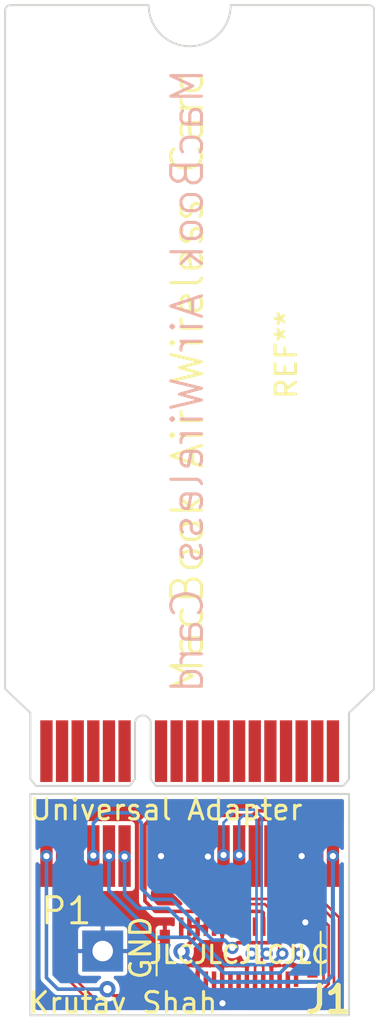
<source format=kicad_pcb>
(kicad_pcb (version 20171130) (host pcbnew "(5.1.7)-1")

  (general
    (thickness 1.6)
    (drawings 8)
    (tracks 185)
    (zones 0)
    (modules 4)
    (nets 18)
  )

  (page A4)
  (layers
    (0 F.Cu signal)
    (31 B.Cu signal)
    (32 B.Adhes user)
    (33 F.Adhes user)
    (34 B.Paste user)
    (35 F.Paste user)
    (36 B.SilkS user)
    (37 F.SilkS user)
    (38 B.Mask user)
    (39 F.Mask user)
    (40 Dwgs.User user)
    (41 Cmts.User user)
    (42 Eco1.User user)
    (43 Eco2.User user)
    (44 Edge.Cuts user)
    (45 Margin user)
    (46 B.CrtYd user)
    (47 F.CrtYd user)
    (48 B.Fab user)
    (49 F.Fab user)
  )

  (setup
    (last_trace_width 0.175)
    (user_trace_width 0.175)
    (user_trace_width 0.18)
    (user_trace_width 0.2)
    (trace_clearance 0.2)
    (zone_clearance 0.2)
    (zone_45_only no)
    (trace_min 0.127)
    (via_size 0.8)
    (via_drill 0.4)
    (via_min_size 0.4)
    (via_min_drill 0.3)
    (user_via 0.6 0.3)
    (uvia_size 0.3)
    (uvia_drill 0.1)
    (uvias_allowed no)
    (uvia_min_size 0.2)
    (uvia_min_drill 0.1)
    (edge_width 0.1)
    (segment_width 0.2)
    (pcb_text_width 0.3)
    (pcb_text_size 1.5 1.5)
    (mod_edge_width 0.15)
    (mod_text_size 1 1)
    (mod_text_width 0.15)
    (pad_size 2 2)
    (pad_drill 1)
    (pad_to_mask_clearance 0)
    (aux_axis_origin 0 0)
    (visible_elements 7FFFFFFF)
    (pcbplotparams
      (layerselection 0x010fc_ffffffff)
      (usegerberextensions false)
      (usegerberattributes true)
      (usegerberadvancedattributes true)
      (creategerberjobfile true)
      (excludeedgelayer true)
      (linewidth 0.100000)
      (plotframeref false)
      (viasonmask false)
      (mode 1)
      (useauxorigin false)
      (hpglpennumber 1)
      (hpglpenspeed 20)
      (hpglpendiameter 15.000000)
      (psnegative false)
      (psa4output false)
      (plotreference true)
      (plotvalue true)
      (plotinvisibletext false)
      (padsonsilk false)
      (subtractmaskfromsilk false)
      (outputformat 1)
      (mirror false)
      (drillshape 1)
      (scaleselection 1)
      (outputdirectory ""))
  )

  (net 0 "")
  (net 1 GND)
  (net 2 PCIE_AP_D2R_P)
  (net 3 AP_RESET_CONN_L)
  (net 4 PCIE_AP_D2R_N)
  (net 5 AP_PCIE_WAKE_L)
  (net 6 AP_CLKREQ_Q_L)
  (net 7 PCIE_CLK100M_AP_P)
  (net 8 WIFI_EVENT_L)
  (net 9 PCIE_CLK100M_AP_N)
  (net 10 "Net-(J1-Pad12)")
  (net 11 "Net-(J1-Pad14)")
  (net 12 PCIE_AP_R2D_P)
  (net 13 PCIE_AP_R2D_N)
  (net 14 USB_BT_P)
  (net 15 PP3V3_WLAN)
  (net 16 USB_BT_N)
  (net 17 PP3V3_S3_BT_F)

  (net_class Default "This is the default net class."
    (clearance 0.2)
    (trace_width 0.25)
    (via_dia 0.8)
    (via_drill 0.4)
    (uvia_dia 0.3)
    (uvia_drill 0.1)
    (add_net GND)
    (add_net "Net-(J1-Pad12)")
    (add_net "Net-(J1-Pad14)")
    (add_net PP3V3_S3_BT_F)
    (add_net PP3V3_WLAN)
    (add_net WIFI_EVENT_L)
  )

  (net_class "High Speed" ""
    (clearance 0.127)
    (trace_width 0.127)
    (via_dia 0.6)
    (via_drill 0.3)
    (uvia_dia 0.3)
    (uvia_drill 0.1)
    (add_net AP_CLKREQ_Q_L)
    (add_net AP_PCIE_WAKE_L)
    (add_net AP_RESET_CONN_L)
    (add_net PCIE_AP_D2R_N)
    (add_net PCIE_AP_D2R_P)
    (add_net PCIE_AP_R2D_N)
    (add_net PCIE_AP_R2D_P)
    (add_net PCIE_CLK100M_AP_N)
    (add_net PCIE_CLK100M_AP_P)
    (add_net USB_BT_N)
    (add_net USB_BT_P)
  )

  (module 5017450301 (layer F.Cu) (tedit 60426A8D) (tstamp 6039D5EE)
    (at 110.8456 93.6498)
    (descr 501745-0301)
    (tags Connector)
    (path /6022214E)
    (attr smd)
    (fp_text reference J1 (at 4.3688 1.9812 180) (layer F.SilkS)
      (effects (font (size 1.27 1.27) (thickness 0.254)))
    )
    (fp_text value 501745-0301 (at 0 0) (layer F.SilkS) hide
      (effects (font (size 1.27 1.27) (thickness 0.254)))
    )
    (fp_line (start 4 -1.319) (end -4 -1.319) (layer F.Fab) (width 0.2))
    (fp_line (start -4 -1.319) (end -4 0.811) (layer F.Fab) (width 0.2))
    (fp_line (start -4 0.811) (end 4 0.811) (layer F.Fab) (width 0.2))
    (fp_line (start 4 0.811) (end 4 -1.319) (layer F.Fab) (width 0.2))
    (fp_line (start 5 -3.019) (end -5 -3.019) (layer F.CrtYd) (width 0.1))
    (fp_line (start -5 -3.019) (end -5 2.511) (layer F.CrtYd) (width 0.1))
    (fp_line (start -5 2.511) (end 5 2.511) (layer F.CrtYd) (width 0.1))
    (fp_line (start 5 2.511) (end 5 -3.019) (layer F.CrtYd) (width 0.1))
    (fp_line (start 4 -1.319) (end 4 0.811) (layer F.SilkS) (width 0.1))
    (fp_line (start -4 -1.319) (end -4 0.811) (layer F.SilkS) (width 0.1))
    (fp_text user %R (at 0 -0.254) (layer F.Fab)
      (effects (font (size 1.27 1.27) (thickness 0.254)))
    )
    (pad 1 smd rect (at 2.8 1.061) (size 0.22 0.6) (layers F.Cu F.Paste F.Mask)
      (net 1 GND))
    (pad 2 smd rect (at 2.8 -1.569) (size 0.22 0.9) (layers F.Cu F.Paste F.Mask)
      (net 1 GND))
    (pad 3 smd rect (at 2.4 1.061) (size 0.22 0.9) (layers F.Cu F.Paste F.Mask)
      (net 2 PCIE_AP_D2R_P))
    (pad 4 smd rect (at 2.4 -1.569) (size 0.22 0.9) (layers F.Cu F.Paste F.Mask)
      (net 3 AP_RESET_CONN_L))
    (pad 5 smd rect (at 2 1.061) (size 0.22 0.9) (layers F.Cu F.Paste F.Mask)
      (net 4 PCIE_AP_D2R_N))
    (pad 6 smd rect (at 2 -1.569) (size 0.22 0.9) (layers F.Cu F.Paste F.Mask)
      (net 5 AP_PCIE_WAKE_L))
    (pad 7 smd rect (at 1.6 1.061) (size 0.22 0.9) (layers F.Cu F.Paste F.Mask)
      (net 1 GND))
    (pad 8 smd rect (at 1.6 -1.569) (size 0.22 0.9) (layers F.Cu F.Paste F.Mask)
      (net 6 AP_CLKREQ_Q_L))
    (pad 9 smd rect (at 1.2 1.061) (size 0.22 0.9) (layers F.Cu F.Paste F.Mask)
      (net 7 PCIE_CLK100M_AP_P))
    (pad 10 smd rect (at 1.2 -1.569) (size 0.22 0.9) (layers F.Cu F.Paste F.Mask)
      (net 8 WIFI_EVENT_L))
    (pad 11 smd rect (at 0.8 1.061) (size 0.22 0.9) (layers F.Cu F.Paste F.Mask)
      (net 9 PCIE_CLK100M_AP_N))
    (pad 12 smd rect (at 0.8 -1.569) (size 0.22 0.9) (layers F.Cu F.Paste F.Mask)
      (net 10 "Net-(J1-Pad12)"))
    (pad 13 smd rect (at 0.4 1.061) (size 0.22 0.9) (layers F.Cu F.Paste F.Mask)
      (net 1 GND))
    (pad 14 smd rect (at 0.4 -1.569) (size 0.22 0.9) (layers F.Cu F.Paste F.Mask)
      (net 11 "Net-(J1-Pad14)"))
    (pad 15 smd rect (at 0 1.061) (size 0.22 0.9) (layers F.Cu F.Paste F.Mask)
      (net 12 PCIE_AP_R2D_P))
    (pad 16 smd rect (at 0 -1.569) (size 0.22 0.9) (layers F.Cu F.Paste F.Mask)
      (net 1 GND))
    (pad 17 smd rect (at -0.4 1.061) (size 0.22 0.9) (layers F.Cu F.Paste F.Mask)
      (net 13 PCIE_AP_R2D_N))
    (pad 18 smd rect (at -0.4 -1.569) (size 0.22 0.9) (layers F.Cu F.Paste F.Mask)
      (net 1 GND))
    (pad 19 smd rect (at -0.8 1.061) (size 0.22 0.9) (layers F.Cu F.Paste F.Mask)
      (net 1 GND))
    (pad 20 smd rect (at -0.8 -1.569) (size 0.22 0.9) (layers F.Cu F.Paste F.Mask)
      (net 1 GND))
    (pad 21 smd rect (at -1.2 1.061) (size 0.22 0.9) (layers F.Cu F.Paste F.Mask)
      (net 14 USB_BT_P))
    (pad 22 smd rect (at -1.2 -1.569) (size 0.22 0.9) (layers F.Cu F.Paste F.Mask)
      (net 15 PP3V3_WLAN))
    (pad 23 smd rect (at -1.6 1.061) (size 0.22 0.9) (layers F.Cu F.Paste F.Mask)
      (net 16 USB_BT_N))
    (pad 24 smd rect (at -1.6 -1.569) (size 0.22 0.9) (layers F.Cu F.Paste F.Mask)
      (net 15 PP3V3_WLAN))
    (pad 25 smd rect (at -2 1.061) (size 0.22 0.9) (layers F.Cu F.Paste F.Mask)
      (net 1 GND))
    (pad 26 smd rect (at -2 -1.569) (size 0.22 0.9) (layers F.Cu F.Paste F.Mask)
      (net 15 PP3V3_WLAN))
    (pad 27 smd rect (at -2.4 1.061) (size 0.22 0.9) (layers F.Cu F.Paste F.Mask)
      (net 17 PP3V3_S3_BT_F))
    (pad 28 smd rect (at -2.4 -1.569) (size 0.22 0.9) (layers F.Cu F.Paste F.Mask)
      (net 15 PP3V3_WLAN))
    (pad 29 smd rect (at -2.8 1.061) (size 0.22 0.9) (layers F.Cu F.Paste F.Mask)
      (net 15 PP3V3_WLAN))
    (pad 30 smd rect (at -2.8 -1.569) (size 0.22 0.9) (layers F.Cu F.Paste F.Mask)
      (net 15 PP3V3_WLAN))
    (pad 31 smd rect (at 3.6 0.486) (size 0.5 0.85) (layers F.Cu F.Paste F.Mask)
      (net 1 GND))
    (pad 32 smd rect (at 3.6 -0.994) (size 0.5 0.85) (layers F.Cu F.Paste F.Mask)
      (net 1 GND))
    (pad 33 smd rect (at -3.6 -0.994) (size 0.5 0.85) (layers F.Cu F.Paste F.Mask)
      (net 1 GND))
    (pad 34 smd rect (at -3.6 0.486) (size 0.5 0.85) (layers F.Cu F.Paste F.Mask)
      (net 1 GND))
    (model "C:\\Users\\Administrator\\Documents\\KiCad Projects\\SamacSys_Parts.3dshapes\\501745-0301.stp"
      (at (xyz 0 0 0))
      (scale (xyz 1 1 1))
      (rotate (xyz 0 0 0))
    )
  )

  (module MountingHole:MountingHole_2.2mm_M2_DIN965_Pad (layer F.Cu) (tedit 60426F54) (tstamp 603EB2E9)
    (at 104.2162 93.2688)
    (descr "Mounting Hole 2.2mm, M2, DIN965")
    (tags "mounting hole 2.2mm m2 din965")
    (attr virtual)
    (fp_text reference MH2 (at 0 1.8288 180) (layer F.SilkS) hide
      (effects (font (size 1 1) (thickness 0.15)))
    )
    (fp_text value "GND Hole" (at 0 2.032) (layer F.Fab)
      (effects (font (size 1 1) (thickness 0.15)))
    )
    (fp_text user %R (at 0.3 0) (layer F.Fab)
      (effects (font (size 1 1) (thickness 0.15)))
    )
    (pad 1 thru_hole rect (at 0 0) (size 2 2) (drill 1) (layers *.Cu *.Mask)
      (net 1 GND))
  )

  (module "MBPWirelessUpgrade:MacBook Air Wireless Card" (layer F.Cu) (tedit 603965A5) (tstamp 6039E3E5)
    (at 99.458 47.2321)
    (fp_text reference REF** (at 13.708 17.018 90) (layer F.SilkS)
      (effects (font (size 1 1) (thickness 0.15)))
    )
    (fp_text value "MacBook Air Wireless Card" (at 12.708 17.018 90) (layer F.Fab)
      (effects (font (size 1 1) (thickness 0.15)))
    )
    (fp_line (start 7.099 34.952) (end 7.099 37.665) (layer Edge.Cuts) (width 0.1))
    (fp_line (start 6.333 34.952) (end 6.333 37.665) (layer Edge.Cuts) (width 0.1))
    (fp_line (start 7.349 38) (end 7.099 37.665) (layer Edge.Cuts) (width 0.1))
    (fp_line (start 7.349 38) (end 16.493 38) (layer Edge.Cuts) (width 0.1))
    (fp_line (start 6.079 38) (end 6.329 37.665) (layer Edge.Cuts) (width 0.1))
    (fp_line (start 1.507 38) (end 6.079 38) (layer Edge.Cuts) (width 0.1))
    (fp_line (start 16.771 37.665) (end 16.493 38) (layer Edge.Cuts) (width 0.1))
    (fp_line (start 16.771 34.444) (end 16.771 37.665) (layer Edge.Cuts) (width 0.1))
    (fp_line (start 0.254 0) (end 7 0) (layer Edge.Cuts) (width 0.1))
    (fp_line (start 1.229 37.665) (end 1.507 38) (layer Edge.Cuts) (width 0.1))
    (fp_line (start 18 0.254) (end 18 33.274) (layer Edge.Cuts) (width 0.1))
    (fp_line (start 11 0) (end 17.746 0) (layer Edge.Cuts) (width 0.1))
    (fp_line (start 0 0.254) (end 0 33.274) (layer Edge.Cuts) (width 0.1))
    (fp_line (start 16.771 34.444) (end 18 33.274) (layer Edge.Cuts) (width 0.1))
    (fp_line (start 0 33.274) (end 1.229 34.444) (layer Edge.Cuts) (width 0.1))
    (fp_line (start 1.229 34.444) (end 1.229 37.665) (layer Edge.Cuts) (width 0.1))
    (fp_arc (start 9 0) (end 7 0) (angle -180) (layer Edge.Cuts) (width 0.1))
    (fp_arc (start 0.254 0.254) (end 0.254 0) (angle -90) (layer Edge.Cuts) (width 0.1))
    (fp_arc (start 17.746 0.254) (end 18 0.254) (angle -90) (layer Edge.Cuts) (width 0.1))
    (fp_arc (start 6.718 34.952) (end 6.333 34.952) (angle 180) (layer Edge.Cuts) (width 0.1))
    (fp_text user "MacBook Air Wireless Card" (at 8.89 18.288 90) (layer F.SilkS)
      (effects (font (size 1.5 1.5) (thickness 0.15)))
    )
    (fp_text user "MacBook Air Wireless Card" (at 8.89 18.288 90) (layer B.SilkS)
      (effects (font (size 1.5 1.5) (thickness 0.15)) (justify mirror))
    )
    (pad 18 connect rect (at 2.015 36.3085) (size 0.6 3) (layers F.Cu F.Mask))
    (pad 17 connect rect (at 2.777 36.3085) (size 0.6 3) (layers F.Cu F.Mask))
    (pad 16 connect rect (at 3.539 36.3085) (size 0.6 3) (layers F.Cu F.Mask))
    (pad 15 connect rect (at 4.301 36.3085) (size 0.6 3) (layers F.Cu F.Mask))
    (pad 14 connect rect (at 5.063 36.3085) (size 0.6 3) (layers F.Cu F.Mask))
    (pad 13 connect rect (at 5.825 36.3085) (size 0.6 3) (layers F.Cu F.Mask))
    (pad 12 connect rect (at 7.603 36.3085) (size 0.6 3) (layers F.Cu F.Mask))
    (pad 11 connect rect (at 8.365 36.3085) (size 0.6 3) (layers F.Cu F.Mask))
    (pad 10 connect rect (at 9.127 36.3085) (size 0.6 3) (layers F.Cu F.Mask))
    (pad 9 connect rect (at 9.889 36.3085) (size 0.6 3) (layers F.Cu F.Mask))
    (pad 8 connect rect (at 10.651 36.3085) (size 0.6 3) (layers F.Cu F.Mask))
    (pad 7 connect rect (at 11.413 36.3085) (size 0.6 3) (layers F.Cu F.Mask))
    (pad 6 connect rect (at 12.175 36.3085) (size 0.6 3) (layers F.Cu F.Mask))
    (pad 5 connect rect (at 12.937 36.3085) (size 0.6 3) (layers F.Cu F.Mask))
    (pad 4 connect rect (at 13.699 36.3085) (size 0.6 3) (layers F.Cu F.Mask))
    (pad 3 connect rect (at 14.461 36.3085) (size 0.6 3) (layers F.Cu F.Mask))
    (pad 2 connect rect (at 15.223 36.3085) (size 0.6 3) (layers F.Cu F.Mask))
    (pad 1 connect rect (at 15.985 36.3085) (size 0.6 3) (layers F.Cu F.Mask))
  )

  (module "" (layer F.Cu) (tedit 6039844E) (tstamp 0)
    (at 108.602 88.6595)
    (fp_text reference P1 (at -6.1638 2.6535) (layer F.SilkS)
      (effects (font (size 1.27 1.27) (thickness 0.15)))
    )
    (fp_text value "" (at 0 0) (layer F.SilkS)
      (effects (font (size 1.27 1.27) (thickness 0.15)))
    )
    (pad 3 connect rect (at 5.317 -0.0135) (size 0.6 3) (layers F.Cu F.Mask)
      (net 1 GND))
    (pad 15 connect rect (at -4.843 -0.0135) (size 0.6 3) (layers F.Cu F.Mask)
      (net 6 AP_CLKREQ_Q_L))
    (pad 16 connect rect (at -5.605 -0.0135) (size 0.6 3) (layers F.Cu F.Mask)
      (net 16 USB_BT_N))
    (pad 5 connect rect (at 3.793 -0.0135) (size 0.6 3) (layers F.Cu F.Mask)
      (net 12 PCIE_AP_R2D_P))
    (pad 18 connect rect (at -7.129 -0.0135) (size 0.6 3) (layers F.Cu F.Mask)
      (net 17 PP3V3_S3_BT_F))
    (pad 12 connect rect (at -1.541 -0.0135) (size 0.6 3) (layers F.Cu F.Mask)
      (net 1 GND))
    (pad 9 connect rect (at 0.745 -0.0135) (size 0.6 3) (layers F.Cu F.Mask)
      (net 1 GND))
    (pad 1 connect rect (at 6.841 -0.0135) (size 0.6 3) (layers F.Cu F.Mask)
      (net 15 PP3V3_WLAN))
    (pad 14 connect rect (at -4.081 -0.0135) (size 0.6 3) (layers F.Cu F.Mask)
      (net 3 AP_RESET_CONN_L))
    (pad 10 connect rect (at -0.017 -0.0135) (size 0.6 3) (layers F.Cu F.Mask)
      (net 4 PCIE_AP_D2R_N))
    (pad 11 connect rect (at -0.779 -0.0135) (size 0.6 3) (layers F.Cu F.Mask)
      (net 2 PCIE_AP_D2R_P))
    (pad 6 connect rect (at 3.031 -0.0135) (size 0.6 3) (layers F.Cu F.Mask)
      (net 1 GND))
    (pad 8 connect rect (at 1.507 -0.0135) (size 0.6 3) (layers F.Cu F.Mask)
      (net 7 PCIE_CLK100M_AP_P))
    (pad 13 connect rect (at -3.319 -0.0135) (size 0.6 3) (layers F.Cu F.Mask)
      (net 5 AP_PCIE_WAKE_L))
    (pad 4 connect rect (at 4.555 -0.0135) (size 0.6 3) (layers F.Cu F.Mask)
      (net 13 PCIE_AP_R2D_N))
    (pad 17 connect rect (at -6.367 -0.0135) (size 0.6 3) (layers F.Cu F.Mask)
      (net 14 USB_BT_P))
    (pad 7 connect rect (at 2.269 -0.0135) (size 0.6 3) (layers F.Cu F.Mask)
      (net 9 PCIE_CLK100M_AP_N))
    (pad 2 connect rect (at 6.079 -0.0135) (size 0.6 3) (layers F.Cu F.Mask)
      (net 8 WIFI_EVENT_L))
  )

  (gr_text JLCJLCJLCJLC (at 110.871 93.4466) (layer F.SilkS) (tstamp 6042770E)
    (effects (font (size 0.85 0.85) (thickness 0.15)))
  )
  (gr_text "Universal Adapter" (at 107.315 86.3854) (layer F.SilkS) (tstamp 6039F948)
    (effects (font (size 1 1) (thickness 0.15)))
  )
  (gr_text GND (at 106.0704 93.1164 90) (layer F.SilkS) (tstamp 603EB582)
    (effects (font (size 1 1) (thickness 0.15)))
  )
  (gr_text "Krutav Shah" (at 105.2068 95.7834) (layer F.SilkS)
    (effects (font (size 1 1) (thickness 0.15)))
  )
  (gr_line (start 100.6854 96.393) (end 100.6856 85.6234) (layer Edge.Cuts) (width 0.1) (tstamp 6039C06C))
  (gr_line (start 116.2304 96.393) (end 116.2304 85.6234) (layer Edge.Cuts) (width 0.1))
  (gr_line (start 116.2304 96.393) (end 100.6854 96.393) (layer Edge.Cuts) (width 0.1))
  (gr_line (start 100.6856 85.6234) (end 116.2304 85.6234) (layer Edge.Cuts) (width 0.1))

  (via (at 114.0968 91.8718) (size 0.6) (drill 0.3) (layers F.Cu B.Cu) (net 1) (tstamp 60427575))
  (via (at 113.919 88.646) (size 0.6) (drill 0.3) (layers F.Cu B.Cu) (net 1) (tstamp 60427575))
  (via (at 107.061 88.646) (size 0.6) (drill 0.3) (layers F.Cu B.Cu) (net 1) (tstamp 60427575))
  (via (at 109.347 88.6714) (size 0.6) (drill 0.3) (layers F.Cu B.Cu) (net 1) (tstamp 60427575))
  (segment (start 114.2206 92.6558) (end 113.6456 92.0808) (width 0.175) (layer F.Cu) (net 1))
  (segment (start 114.4456 92.6558) (end 114.2206 92.6558) (width 0.175) (layer F.Cu) (net 1))
  (segment (start 111.807499 86.915999) (end 111.906298 86.8172) (width 0.175) (layer F.Cu) (net 1))
  (segment (start 111.807499 88.471501) (end 111.807499 86.915999) (width 0.175) (layer F.Cu) (net 1))
  (segment (start 111.633 88.646) (end 111.807499 88.471501) (width 0.175) (layer F.Cu) (net 1))
  (segment (start 113.919 86.971) (end 113.919 88.646) (width 0.175) (layer F.Cu) (net 1))
  (segment (start 113.7652 86.8172) (end 113.919 86.971) (width 0.175) (layer F.Cu) (net 1))
  (segment (start 111.906298 86.8172) (end 113.7652 86.8172) (width 0.175) (layer F.Cu) (net 1))
  (segment (start 113.8546 91.8718) (end 113.6456 92.0808) (width 0.175) (layer F.Cu) (net 1))
  (segment (start 114.0968 91.8718) (end 113.8546 91.8718) (width 0.175) (layer F.Cu) (net 1))
  (segment (start 108.733099 93.973299) (end 108.8456 94.0858) (width 0.175) (layer F.Cu) (net 1))
  (segment (start 107.2456 94.1358) (end 107.408101 93.973299) (width 0.175) (layer F.Cu) (net 1))
  (segment (start 108.8456 94.0858) (end 108.8456 94.7108) (width 0.175) (layer F.Cu) (net 1))
  (segment (start 107.408101 93.973299) (end 108.733099 93.973299) (width 0.175) (layer F.Cu) (net 1))
  (via (at 110.0582 95.8088) (size 0.6) (drill 0.3) (layers F.Cu B.Cu) (net 1))
  (segment (start 110.0456 92.0808) (end 110.0456 92.7226) (width 0.175) (layer F.Cu) (net 1))
  (segment (start 110.0456 92.7226) (end 109.9566 92.8116) (width 0.175) (layer F.Cu) (net 1))
  (segment (start 111.2456 94.7108) (end 111.2456 95.304192) (width 0.175) (layer F.Cu) (net 1))
  (segment (start 111.2456 95.304192) (end 111.415898 95.47449) (width 0.175) (layer F.Cu) (net 1))
  (segment (start 112.4456 95.3358) (end 112.4456 94.7108) (width 0.175) (layer F.Cu) (net 1))
  (segment (start 112.30691 95.47449) (end 112.4456 95.3358) (width 0.175) (layer F.Cu) (net 1))
  (segment (start 111.415898 95.47449) (end 112.30691 95.47449) (width 0.175) (layer F.Cu) (net 1))
  (via (at 112.9792 93.3958) (size 0.6) (drill 0.3) (layers F.Cu B.Cu) (net 5) (tstamp 60427213))
  (via (at 103.759 88.6206) (size 0.6) (drill 0.3) (layers F.Cu B.Cu) (net 6) (tstamp 60427213))
  (via (at 105.283 88.6714) (size 0.6) (drill 0.3) (layers F.Cu B.Cu) (net 5) (tstamp 60427213))
  (via (at 104.521 88.646) (size 0.6) (drill 0.3) (layers F.Cu B.Cu) (net 3) (tstamp 60427213))
  (via (at 115.443 88.646) (size 0.6) (drill 0.3) (layers F.Cu B.Cu) (net 15) (tstamp 60427213))
  (via (at 101.473 88.646) (size 0.6) (drill 0.3) (layers F.Cu B.Cu) (net 17) (tstamp 60427213))
  (via (at 110.109 88.5952) (size 0.6) (drill 0.3) (layers F.Cu B.Cu) (net 7) (tstamp 604271EF))
  (via (at 110.871 88.5952) (size 0.6) (drill 0.3) (layers F.Cu B.Cu) (net 9) (tstamp 604271C2))
  (segment (start 113.2456 94.7108) (end 113.272099 94.684301) (width 0.127) (layer F.Cu) (net 2))
  (segment (start 108.537389 90.987389) (end 107.823 90.273) (width 0.127) (layer F.Cu) (net 2))
  (segment (start 113.2456 95.195102) (end 113.324799 95.274301) (width 0.127) (layer F.Cu) (net 2))
  (segment (start 113.2456 94.7108) (end 113.2456 95.195102) (width 0.127) (layer F.Cu) (net 2))
  (segment (start 113.324799 95.274301) (end 114.478899 95.274301) (width 0.127) (layer F.Cu) (net 2))
  (segment (start 114.478899 95.274301) (end 114.985778 94.767422) (width 0.127) (layer F.Cu) (net 2))
  (segment (start 114.985778 94.767422) (end 114.985778 92.133028) (width 0.127) (layer F.Cu) (net 2))
  (segment (start 114.985778 92.133028) (end 114.153972 91.301222) (width 0.127) (layer F.Cu) (net 2))
  (segment (start 107.823 90.273) (end 107.823 88.646) (width 0.127) (layer F.Cu) (net 2))
  (segment (start 112.126095 90.987389) (end 108.537389 90.987389) (width 0.127) (layer F.Cu) (net 2))
  (segment (start 114.153972 91.301222) (end 112.439928 91.301222) (width 0.127) (layer F.Cu) (net 2))
  (segment (start 112.439928 91.301222) (end 112.126095 90.987389) (width 0.127) (layer F.Cu) (net 2))
  (via (at 113.806959 93.395395) (size 0.6) (drill 0.3) (layers F.Cu B.Cu) (net 3))
  (segment (start 113.2456 92.834036) (end 113.806959 93.395395) (width 0.175) (layer F.Cu) (net 3))
  (segment (start 113.2456 92.0808) (end 113.2456 92.834036) (width 0.175) (layer F.Cu) (net 3))
  (segment (start 104.521 88.646) (end 104.521 90.321) (width 0.175) (layer B.Cu) (net 3))
  (segment (start 112.866754 94.3356) (end 113.50696 93.695394) (width 0.175) (layer B.Cu) (net 3))
  (segment (start 110.12807 94.3356) (end 112.866754 94.3356) (width 0.175) (layer B.Cu) (net 3))
  (segment (start 113.50696 93.695394) (end 113.806959 93.395395) (width 0.175) (layer B.Cu) (net 3))
  (segment (start 104.521 90.321) (end 106.798288 92.598288) (width 0.175) (layer B.Cu) (net 3))
  (segment (start 108.390758 92.598288) (end 110.12807 94.3356) (width 0.175) (layer B.Cu) (net 3))
  (segment (start 106.798288 92.598288) (end 108.390758 92.598288) (width 0.175) (layer B.Cu) (net 3))
  (segment (start 115.239789 94.872636) (end 115.239789 92.027814) (width 0.127) (layer F.Cu) (net 4))
  (segment (start 115.239789 92.027814) (end 114.245586 91.033611) (width 0.127) (layer F.Cu) (net 4))
  (segment (start 112.319753 90.733378) (end 109.045378 90.733378) (width 0.127) (layer F.Cu) (net 4))
  (segment (start 109.045378 90.733378) (end 108.585 90.273) (width 0.127) (layer F.Cu) (net 4))
  (segment (start 114.245586 91.033611) (end 112.619986 91.033611) (width 0.127) (layer F.Cu) (net 4))
  (segment (start 114.584113 95.528312) (end 115.239789 94.872636) (width 0.127) (layer F.Cu) (net 4))
  (segment (start 112.8456 94.7108) (end 112.8456 95.2878) (width 0.127) (layer F.Cu) (net 4))
  (segment (start 113.086112 95.528312) (end 114.584113 95.528312) (width 0.127) (layer F.Cu) (net 4))
  (segment (start 112.8456 95.2878) (end 113.086112 95.528312) (width 0.127) (layer F.Cu) (net 4))
  (segment (start 108.585 90.273) (end 108.585 88.646) (width 0.127) (layer F.Cu) (net 4))
  (segment (start 112.619986 91.033611) (end 112.319753 90.733378) (width 0.127) (layer F.Cu) (net 4))
  (segment (start 112.8456 93.2622) (end 112.9792 93.3958) (width 0.175) (layer F.Cu) (net 5))
  (segment (start 112.8456 92.0808) (end 112.8456 93.2622) (width 0.175) (layer F.Cu) (net 5))
  (segment (start 105.283 90.5256) (end 105.9434 91.186) (width 0.175) (layer B.Cu) (net 5))
  (segment (start 112.4458 93.9292) (end 112.9792 93.3958) (width 0.175) (layer B.Cu) (net 5))
  (segment (start 110.148778 93.9292) (end 112.4458 93.9292) (width 0.175) (layer B.Cu) (net 5))
  (segment (start 107.405578 91.186) (end 110.148778 93.9292) (width 0.175) (layer B.Cu) (net 5))
  (segment (start 105.9434 91.186) (end 107.405578 91.186) (width 0.175) (layer B.Cu) (net 5))
  (segment (start 105.283 88.6714) (end 105.283 90.5256) (width 0.175) (layer B.Cu) (net 5))
  (segment (start 112.4456 92.0808) (end 112.4456 92.7356) (width 0.175) (layer F.Cu) (net 6))
  (segment (start 112.4456 92.7356) (end 112.3188 92.8624) (width 0.175) (layer F.Cu) (net 6))
  (via (at 110.5408 93.1164) (size 0.6) (drill 0.3) (layers F.Cu B.Cu) (net 6))
  (segment (start 110.7948 92.8624) (end 110.5408 93.1164) (width 0.175) (layer F.Cu) (net 6))
  (segment (start 112.3188 92.8624) (end 110.7948 92.8624) (width 0.175) (layer F.Cu) (net 6))
  (segment (start 110.5408 93.1164) (end 110.1598 92.7354) (width 0.175) (layer B.Cu) (net 6))
  (segment (start 110.1598 92.7354) (end 109.5756 92.7354) (width 0.175) (layer B.Cu) (net 6))
  (segment (start 109.5756 92.7354) (end 107.5944 90.7542) (width 0.175) (layer B.Cu) (net 6))
  (segment (start 107.5944 90.7542) (end 106.6292 90.7542) (width 0.175) (layer B.Cu) (net 6))
  (segment (start 106.6292 90.7542) (end 106.0958 90.2208) (width 0.175) (layer B.Cu) (net 6))
  (segment (start 106.0958 90.2208) (end 106.0958 87.0204) (width 0.175) (layer B.Cu) (net 6))
  (segment (start 106.0958 87.0204) (end 105.6132 86.5378) (width 0.175) (layer B.Cu) (net 6))
  (segment (start 105.6132 86.5378) (end 104.267 86.5378) (width 0.175) (layer B.Cu) (net 6))
  (segment (start 103.759 87.0458) (end 104.267 86.5378) (width 0.175) (layer B.Cu) (net 6))
  (segment (start 103.759 88.6206) (end 103.759 87.0458) (width 0.175) (layer B.Cu) (net 6))
  (segment (start 112.0456 94.035799) (end 111.9726 93.962799) (width 0.127) (layer F.Cu) (net 7))
  (segment (start 111.9726 93.630798) (end 112.2091 93.394298) (width 0.127) (layer F.Cu) (net 7))
  (segment (start 112.2091 93.394298) (end 111.9726 93.157798) (width 0.127) (layer B.Cu) (net 7))
  (segment (start 111.9726 86.7504) (end 111.6076 86.3854) (width 0.127) (layer B.Cu) (net 7))
  (segment (start 111.6076 86.3854) (end 110.744 86.3854) (width 0.127) (layer B.Cu) (net 7))
  (segment (start 110.744 86.3854) (end 110.109 87.0204) (width 0.127) (layer B.Cu) (net 7))
  (segment (start 110.109 87.0204) (end 110.109 88.5952) (width 0.127) (layer B.Cu) (net 7))
  (segment (start 111.9726 93.157798) (end 111.9726 86.7504) (width 0.127) (layer B.Cu) (net 7))
  (via (at 112.2091 93.394298) (size 0.6) (drill 0.3) (layers F.Cu B.Cu) (net 7))
  (segment (start 112.0456 94.7108) (end 112.0456 94.035799) (width 0.127) (layer F.Cu) (net 7))
  (segment (start 111.9726 93.962799) (end 111.9726 93.630798) (width 0.127) (layer F.Cu) (net 7))
  (segment (start 114.681 86.971) (end 114.681 88.646) (width 0.175) (layer F.Cu) (net 8))
  (segment (start 111.980702 91.3384) (end 106.7816 91.3384) (width 0.175) (layer F.Cu) (net 8))
  (segment (start 114.152191 86.442191) (end 114.681 86.971) (width 0.175) (layer F.Cu) (net 8))
  (segment (start 111.528353 86.6648) (end 111.750962 86.442191) (width 0.175) (layer F.Cu) (net 8))
  (segment (start 106.2736 90.8304) (end 106.2736 87.115898) (width 0.175) (layer F.Cu) (net 8))
  (segment (start 106.2736 87.115898) (end 106.724698 86.6648) (width 0.175) (layer F.Cu) (net 8))
  (segment (start 106.7816 91.3384) (end 106.2736 90.8304) (width 0.175) (layer F.Cu) (net 8))
  (segment (start 112.0456 92.0808) (end 112.0456 91.403298) (width 0.175) (layer F.Cu) (net 8))
  (segment (start 111.750962 86.442191) (end 114.152191 86.442191) (width 0.175) (layer F.Cu) (net 8))
  (segment (start 112.0456 91.403298) (end 111.980702 91.3384) (width 0.175) (layer F.Cu) (net 8))
  (segment (start 106.724698 86.6648) (end 111.528353 86.6648) (width 0.175) (layer F.Cu) (net 8))
  (segment (start 111.7186 86.9028) (end 111.7186 93.157798) (width 0.127) (layer B.Cu) (net 9))
  (segment (start 111.0742 86.6648) (end 111.4806 86.6648) (width 0.127) (layer B.Cu) (net 9))
  (segment (start 111.4806 86.6648) (end 111.7186 86.9028) (width 0.127) (layer B.Cu) (net 9))
  (segment (start 110.871 88.5952) (end 110.871 86.868) (width 0.127) (layer B.Cu) (net 9))
  (segment (start 110.871 86.868) (end 111.0742 86.6648) (width 0.127) (layer B.Cu) (net 9))
  (segment (start 111.7186 93.962799) (end 111.7186 93.630798) (width 0.127) (layer F.Cu) (net 9))
  (via (at 111.4821 93.394298) (size 0.6) (drill 0.3) (layers F.Cu B.Cu) (net 9))
  (segment (start 111.6456 94.035799) (end 111.7186 93.962799) (width 0.127) (layer F.Cu) (net 9))
  (segment (start 111.7186 93.630798) (end 111.4821 93.394298) (width 0.127) (layer F.Cu) (net 9))
  (segment (start 111.6456 94.7108) (end 111.6456 94.035799) (width 0.127) (layer F.Cu) (net 9))
  (segment (start 111.7186 93.157798) (end 111.4821 93.394298) (width 0.127) (layer B.Cu) (net 9))
  (segment (start 112.395 89.846) (end 112.649 90.1) (width 0.127) (layer F.Cu) (net 12))
  (segment (start 112.395 88.646) (end 112.395 89.846) (width 0.127) (layer F.Cu) (net 12))
  (segment (start 112.649 90.1) (end 112.649 90.629006) (width 0.127) (layer F.Cu) (net 12))
  (segment (start 112.649 90.629006) (end 112.799594 90.7796) (width 0.127) (layer F.Cu) (net 12))
  (segment (start 112.799594 90.7796) (end 114.526794 90.7796) (width 0.127) (layer F.Cu) (net 12))
  (segment (start 114.526794 90.7796) (end 115.4938 91.746606) (width 0.127) (layer F.Cu) (net 12))
  (segment (start 115.4938 91.746606) (end 115.4938 95.248194) (width 0.127) (layer F.Cu) (net 12))
  (segment (start 115.4938 95.248194) (end 114.916494 95.8255) (width 0.127) (layer F.Cu) (net 12))
  (segment (start 114.916494 95.8255) (end 111.270506 95.8255) (width 0.127) (layer F.Cu) (net 12))
  (segment (start 110.7726 95.1238) (end 110.8456 95.0508) (width 0.127) (layer F.Cu) (net 12))
  (segment (start 110.8456 95.0508) (end 110.8456 94.7108) (width 0.127) (layer F.Cu) (net 12))
  (segment (start 110.7726 95.327594) (end 110.7726 95.1238) (width 0.127) (layer F.Cu) (net 12))
  (segment (start 111.270506 95.8255) (end 110.7726 95.327594) (width 0.127) (layer F.Cu) (net 12))
  (segment (start 113.157 89.846) (end 112.903 90.1) (width 0.127) (layer F.Cu) (net 13))
  (segment (start 113.157 88.646) (end 113.157 89.846) (width 0.127) (layer F.Cu) (net 13))
  (segment (start 112.903 90.1) (end 112.903 90.523794) (width 0.127) (layer F.Cu) (net 13))
  (segment (start 112.903 90.523794) (end 112.904806 90.5256) (width 0.127) (layer F.Cu) (net 13))
  (segment (start 112.904806 90.5256) (end 114.632006 90.5256) (width 0.127) (layer F.Cu) (net 13))
  (segment (start 114.632006 90.5256) (end 115.7478 91.641394) (width 0.127) (layer F.Cu) (net 13))
  (segment (start 115.7478 91.641394) (end 115.7478 95.353406) (width 0.127) (layer F.Cu) (net 13))
  (segment (start 115.7478 95.353406) (end 115.021706 96.0795) (width 0.127) (layer F.Cu) (net 13))
  (segment (start 115.021706 96.0795) (end 111.165294 96.0795) (width 0.127) (layer F.Cu) (net 13))
  (segment (start 110.4456 95.0508) (end 110.4456 94.7108) (width 0.127) (layer F.Cu) (net 13))
  (segment (start 110.5186 95.432806) (end 110.5186 95.1238) (width 0.127) (layer F.Cu) (net 13))
  (segment (start 111.165294 96.0795) (end 110.5186 95.432806) (width 0.127) (layer F.Cu) (net 13))
  (segment (start 110.5186 95.1238) (end 110.4456 95.0508) (width 0.127) (layer F.Cu) (net 13))
  (segment (start 102.489 91.150001) (end 102.489 94.616806) (width 0.127) (layer F.Cu) (net 14))
  (segment (start 102.235 90.896001) (end 102.489 91.150001) (width 0.127) (layer F.Cu) (net 14))
  (segment (start 102.235 88.646) (end 102.235 90.896001) (width 0.127) (layer F.Cu) (net 14))
  (segment (start 102.489 94.616806) (end 103.951694 96.0795) (width 0.127) (layer F.Cu) (net 14))
  (segment (start 103.951694 96.0795) (end 108.9888 96.0795) (width 0.127) (layer F.Cu) (net 14))
  (segment (start 109.5726 95.1238) (end 109.6456 95.0508) (width 0.127) (layer F.Cu) (net 14))
  (segment (start 109.6456 95.0508) (end 109.6456 94.7108) (width 0.127) (layer F.Cu) (net 14))
  (segment (start 109.5726 95.4957) (end 109.5726 95.1238) (width 0.127) (layer F.Cu) (net 14))
  (segment (start 108.9888 96.0795) (end 109.5726 95.4957) (width 0.127) (layer F.Cu) (net 14))
  (segment (start 108.0456 92.0808) (end 109.6456 92.0808) (width 0.175) (layer F.Cu) (net 15))
  (segment (start 108.8456 92.500946) (end 108.060757 93.285789) (width 0.2) (layer F.Cu) (net 15))
  (segment (start 115.1128 94.7674) (end 109.542368 94.7674) (width 0.2) (layer B.Cu) (net 15))
  (segment (start 109.542368 94.7674) (end 108.060757 93.285789) (width 0.2) (layer B.Cu) (net 15))
  (segment (start 115.443 94.4372) (end 115.1128 94.7674) (width 0.2) (layer B.Cu) (net 15))
  (segment (start 108.060757 93.310443) (end 108.060757 93.285789) (width 0.175) (layer F.Cu) (net 15))
  (segment (start 108.8456 92.0808) (end 108.8456 92.500946) (width 0.2) (layer F.Cu) (net 15))
  (via (at 108.060757 93.285789) (size 0.8) (drill 0.4) (layers F.Cu B.Cu) (net 15))
  (segment (start 115.443 88.646) (end 115.443 94.4372) (width 0.2) (layer B.Cu) (net 15))
  (segment (start 108.0456 93.3256) (end 108.060757 93.310443) (width 0.175) (layer F.Cu) (net 15))
  (segment (start 102.997 90.896001) (end 102.743 91.150001) (width 0.127) (layer F.Cu) (net 16))
  (segment (start 102.743 91.150001) (end 102.743 94.511594) (width 0.127) (layer F.Cu) (net 16))
  (segment (start 102.997 88.646) (end 102.997 90.896001) (width 0.127) (layer F.Cu) (net 16))
  (segment (start 102.743 94.511594) (end 104.056906 95.8255) (width 0.127) (layer F.Cu) (net 16))
  (segment (start 104.056906 95.8255) (end 108.883588 95.8255) (width 0.127) (layer F.Cu) (net 16))
  (segment (start 109.2456 95.0508) (end 109.2456 94.7108) (width 0.127) (layer F.Cu) (net 16))
  (segment (start 109.3186 95.1238) (end 109.2456 95.0508) (width 0.127) (layer F.Cu) (net 16))
  (segment (start 109.3186 95.390488) (end 109.3186 95.1238) (width 0.127) (layer F.Cu) (net 16))
  (segment (start 108.883588 95.8255) (end 109.3186 95.390488) (width 0.127) (layer F.Cu) (net 16))
  (via (at 104.4448 95.123) (size 0.8) (drill 0.4) (layers F.Cu B.Cu) (net 17))
  (segment (start 104.770101 95.448301) (end 104.4448 95.123) (width 0.175) (layer F.Cu) (net 17))
  (segment (start 108.385601 95.448301) (end 104.770101 95.448301) (width 0.175) (layer F.Cu) (net 17))
  (segment (start 108.4456 95.388302) (end 108.385601 95.448301) (width 0.175) (layer F.Cu) (net 17))
  (segment (start 108.4456 94.7108) (end 108.4456 95.388302) (width 0.175) (layer F.Cu) (net 17))
  (segment (start 102.0318 95.123) (end 104.4448 95.123) (width 0.175) (layer B.Cu) (net 17))
  (segment (start 101.473 94.5642) (end 102.0318 95.123) (width 0.175) (layer B.Cu) (net 17))
  (segment (start 101.473 88.646) (end 101.473 94.5642) (width 0.175) (layer B.Cu) (net 17))

  (zone (net 1) (net_name GND) (layer B.Cu) (tstamp 0) (hatch edge 0.508)
    (connect_pads (clearance 0.2))
    (min_thickness 0.175)
    (fill yes (arc_segments 32) (thermal_gap 0.2) (thermal_bridge_width 0.2) (smoothing chamfer))
    (polygon
      (pts
        (xy 116.2304 96.393) (xy 100.6856 96.393) (xy 100.6856 85.6234) (xy 116.2304 85.6234)
      )
    )
    (filled_polygon
      (pts
        (xy 115.892901 88.26505) (xy 115.81751 88.189659) (xy 115.721286 88.125364) (xy 115.614368 88.081077) (xy 115.500864 88.0585)
        (xy 115.385136 88.0585) (xy 115.271632 88.081077) (xy 115.164714 88.125364) (xy 115.06849 88.189659) (xy 114.986659 88.27149)
        (xy 114.922364 88.367714) (xy 114.878077 88.474632) (xy 114.8555 88.588136) (xy 114.8555 88.703864) (xy 114.878077 88.817368)
        (xy 114.922364 88.924286) (xy 114.986659 89.02051) (xy 115.0555 89.089351) (xy 115.055501 94.276691) (xy 114.952293 94.3799)
        (xy 113.352783 94.3799) (xy 113.749789 93.982895) (xy 113.864823 93.982895) (xy 113.978327 93.960318) (xy 114.085245 93.916031)
        (xy 114.181469 93.851736) (xy 114.2633 93.769905) (xy 114.327595 93.673681) (xy 114.371882 93.566763) (xy 114.394459 93.453259)
        (xy 114.394459 93.337531) (xy 114.371882 93.224027) (xy 114.327595 93.117109) (xy 114.2633 93.020885) (xy 114.181469 92.939054)
        (xy 114.085245 92.874759) (xy 113.978327 92.830472) (xy 113.864823 92.807895) (xy 113.749095 92.807895) (xy 113.635591 92.830472)
        (xy 113.528673 92.874759) (xy 113.432449 92.939054) (xy 113.392877 92.978626) (xy 113.35371 92.939459) (xy 113.257486 92.875164)
        (xy 113.150568 92.830877) (xy 113.037064 92.8083) (xy 112.921336 92.8083) (xy 112.807832 92.830877) (xy 112.700914 92.875164)
        (xy 112.60469 92.939459) (xy 112.594901 92.949248) (xy 112.58361 92.937957) (xy 112.487386 92.873662) (xy 112.380468 92.829375)
        (xy 112.3236 92.818063) (xy 112.3236 86.767632) (xy 112.325297 86.7504) (xy 112.3236 86.733168) (xy 112.3236 86.73316)
        (xy 112.318521 86.681592) (xy 112.29845 86.615428) (xy 112.265858 86.554451) (xy 112.221995 86.501005) (xy 112.208604 86.490015)
        (xy 111.867989 86.149401) (xy 111.856995 86.136005) (xy 111.803549 86.092142) (xy 111.742572 86.05955) (xy 111.676408 86.039479)
        (xy 111.62484 86.0344) (xy 111.624832 86.0344) (xy 111.6076 86.032703) (xy 111.590368 86.0344) (xy 110.76124 86.0344)
        (xy 110.744 86.032702) (xy 110.72676 86.0344) (xy 110.675192 86.039479) (xy 110.609028 86.05955) (xy 110.548051 86.092142)
        (xy 110.494605 86.136005) (xy 110.483615 86.149396) (xy 109.872997 86.760015) (xy 109.859605 86.771006) (xy 109.815742 86.824452)
        (xy 109.78315 86.885429) (xy 109.763079 86.951593) (xy 109.758 87.003161) (xy 109.758 87.003168) (xy 109.756303 87.0204)
        (xy 109.758 87.037632) (xy 109.758001 88.12315) (xy 109.73449 88.138859) (xy 109.652659 88.22069) (xy 109.588364 88.316914)
        (xy 109.544077 88.423832) (xy 109.5215 88.537336) (xy 109.5215 88.653064) (xy 109.544077 88.766568) (xy 109.588364 88.873486)
        (xy 109.652659 88.96971) (xy 109.73449 89.051541) (xy 109.830714 89.115836) (xy 109.937632 89.160123) (xy 110.051136 89.1827)
        (xy 110.166864 89.1827) (xy 110.280368 89.160123) (xy 110.387286 89.115836) (xy 110.48351 89.051541) (xy 110.49 89.045051)
        (xy 110.49649 89.051541) (xy 110.592714 89.115836) (xy 110.699632 89.160123) (xy 110.813136 89.1827) (xy 110.928864 89.1827)
        (xy 111.042368 89.160123) (xy 111.149286 89.115836) (xy 111.24551 89.051541) (xy 111.327341 88.96971) (xy 111.3676 88.909458)
        (xy 111.367601 92.818063) (xy 111.310732 92.829375) (xy 111.203814 92.873662) (xy 111.10759 92.937957) (xy 111.104198 92.941349)
        (xy 111.061436 92.838114) (xy 110.997141 92.74189) (xy 110.91531 92.660059) (xy 110.819086 92.595764) (xy 110.712168 92.551477)
        (xy 110.598664 92.5289) (xy 110.483629 92.5289) (xy 110.437995 92.483266) (xy 110.426248 92.468952) (xy 110.369147 92.422091)
        (xy 110.304 92.387269) (xy 110.233313 92.365826) (xy 110.178219 92.3604) (xy 110.178216 92.3604) (xy 110.1598 92.358586)
        (xy 110.141384 92.3604) (xy 109.73093 92.3604) (xy 107.872595 90.502066) (xy 107.860848 90.487752) (xy 107.803747 90.440891)
        (xy 107.7386 90.406069) (xy 107.667913 90.384626) (xy 107.612819 90.3792) (xy 107.612816 90.3792) (xy 107.5944 90.377386)
        (xy 107.575984 90.3792) (xy 106.78453 90.3792) (xy 106.4708 90.065471) (xy 106.4708 87.038815) (xy 106.472614 87.020399)
        (xy 106.4708 87.001981) (xy 106.465374 86.946887) (xy 106.443931 86.8762) (xy 106.430333 86.85076) (xy 106.409109 86.811052)
        (xy 106.383093 86.779352) (xy 106.362248 86.753952) (xy 106.347939 86.742209) (xy 105.891395 86.285666) (xy 105.879648 86.271352)
        (xy 105.822547 86.224491) (xy 105.7574 86.189669) (xy 105.686713 86.168226) (xy 105.631619 86.1628) (xy 105.631616 86.1628)
        (xy 105.6132 86.160986) (xy 105.594784 86.1628) (xy 104.285415 86.1628) (xy 104.266999 86.160986) (xy 104.248583 86.1628)
        (xy 104.248581 86.1628) (xy 104.193487 86.168226) (xy 104.1228 86.189669) (xy 104.122798 86.18967) (xy 104.057652 86.224491)
        (xy 104.030766 86.246557) (xy 104.000552 86.271352) (xy 103.988809 86.285661) (xy 103.506861 86.76761) (xy 103.492553 86.779352)
        (xy 103.480811 86.79366) (xy 103.445691 86.836454) (xy 103.419443 86.885561) (xy 103.41087 86.9016) (xy 103.389634 86.971607)
        (xy 103.389427 86.972288) (xy 103.382186 87.0458) (xy 103.384001 87.064226) (xy 103.384 88.164749) (xy 103.302659 88.24609)
        (xy 103.238364 88.342314) (xy 103.194077 88.449232) (xy 103.1715 88.562736) (xy 103.1715 88.678464) (xy 103.194077 88.791968)
        (xy 103.238364 88.898886) (xy 103.302659 88.99511) (xy 103.38449 89.076941) (xy 103.480714 89.141236) (xy 103.587632 89.185523)
        (xy 103.701136 89.2081) (xy 103.816864 89.2081) (xy 103.930368 89.185523) (xy 104.037286 89.141236) (xy 104.126065 89.081916)
        (xy 104.146 89.101851) (xy 104.146001 90.302574) (xy 104.144186 90.321) (xy 104.150453 90.384626) (xy 104.151427 90.394513)
        (xy 104.17287 90.4652) (xy 104.205155 90.5256) (xy 104.207692 90.530347) (xy 104.254553 90.587448) (xy 104.268862 90.599191)
        (xy 106.520097 92.850427) (xy 106.53184 92.864736) (xy 106.55618 92.884711) (xy 106.588941 92.911598) (xy 106.633395 92.935358)
        (xy 106.654088 92.946419) (xy 106.724775 92.967862) (xy 106.779869 92.973288) (xy 106.779872 92.973288) (xy 106.798288 92.975102)
        (xy 106.816704 92.973288) (xy 107.446054 92.973288) (xy 107.399677 93.085253) (xy 107.373257 93.218076) (xy 107.373257 93.353502)
        (xy 107.399677 93.486325) (xy 107.451502 93.611443) (xy 107.526741 93.724045) (xy 107.622501 93.819805) (xy 107.735103 93.895044)
        (xy 107.860221 93.946869) (xy 107.993044 93.973289) (xy 108.12847 93.973289) (xy 108.188341 93.96138) (xy 109.25491 95.02795)
        (xy 109.267039 95.042729) (xy 109.326043 95.091153) (xy 109.393361 95.127135) (xy 109.444247 95.142571) (xy 109.466404 95.149292)
        (xy 109.474177 95.150057) (xy 109.523342 95.1549) (xy 109.523348 95.1549) (xy 109.542367 95.156773) (xy 109.561386 95.1549)
        (xy 115.093774 95.1549) (xy 115.1128 95.156774) (xy 115.131826 95.1549) (xy 115.188763 95.149292) (xy 115.261807 95.127135)
        (xy 115.329125 95.091153) (xy 115.388129 95.042729) (xy 115.400262 95.027945) (xy 115.70355 94.724658) (xy 115.718329 94.712529)
        (xy 115.766753 94.653525) (xy 115.802735 94.586207) (xy 115.818171 94.535321) (xy 115.824892 94.513164) (xy 115.826969 94.492071)
        (xy 115.8305 94.456226) (xy 115.8305 94.45622) (xy 115.832373 94.437201) (xy 115.8305 94.418182) (xy 115.8305 89.089351)
        (xy 115.892901 89.02695) (xy 115.8929 96.0555) (xy 101.022906 96.0555) (xy 101.023036 89.026887) (xy 101.098 89.101851)
        (xy 101.098001 94.545774) (xy 101.096186 94.5642) (xy 101.099914 94.602047) (xy 101.103427 94.637713) (xy 101.108224 94.653525)
        (xy 101.12487 94.7084) (xy 101.156406 94.767399) (xy 101.159692 94.773547) (xy 101.206553 94.830648) (xy 101.220861 94.842391)
        (xy 101.753609 95.375139) (xy 101.765352 95.389448) (xy 101.779659 95.401189) (xy 101.822453 95.43631) (xy 101.866907 95.46007)
        (xy 101.8876 95.471131) (xy 101.958287 95.492574) (xy 102.013381 95.498) (xy 102.013384 95.498) (xy 102.0318 95.499814)
        (xy 102.050216 95.498) (xy 103.868517 95.498) (xy 103.910784 95.561256) (xy 104.006544 95.657016) (xy 104.119146 95.732255)
        (xy 104.244264 95.78408) (xy 104.377087 95.8105) (xy 104.512513 95.8105) (xy 104.645336 95.78408) (xy 104.770454 95.732255)
        (xy 104.883056 95.657016) (xy 104.978816 95.561256) (xy 105.054055 95.448654) (xy 105.10588 95.323536) (xy 105.1323 95.190713)
        (xy 105.1323 95.055287) (xy 105.10588 94.922464) (xy 105.054055 94.797346) (xy 104.978816 94.684744) (xy 104.883056 94.588984)
        (xy 104.835357 94.557112) (xy 105.2162 94.557691) (xy 105.27256 94.55214) (xy 105.326754 94.5357) (xy 105.376699 94.509004)
        (xy 105.420477 94.473077) (xy 105.456404 94.429299) (xy 105.4831 94.379354) (xy 105.49954 94.32516) (xy 105.505091 94.2688)
        (xy 105.5037 93.353175) (xy 105.431825 93.2813) (xy 104.2287 93.2813) (xy 104.2287 93.3013) (xy 104.2037 93.3013)
        (xy 104.2037 93.2813) (xy 103.000575 93.2813) (xy 102.9287 93.353175) (xy 102.927309 94.2688) (xy 102.93286 94.32516)
        (xy 102.9493 94.379354) (xy 102.975996 94.429299) (xy 103.011923 94.473077) (xy 103.055701 94.509004) (xy 103.105646 94.5357)
        (xy 103.15984 94.55214) (xy 103.2162 94.557691) (xy 104.055285 94.556416) (xy 104.006544 94.588984) (xy 103.910784 94.684744)
        (xy 103.868517 94.748) (xy 102.18713 94.748) (xy 101.848 94.408871) (xy 101.848 92.2688) (xy 102.927309 92.2688)
        (xy 102.9287 93.184425) (xy 103.000575 93.2563) (xy 104.2037 93.2563) (xy 104.2037 92.053175) (xy 104.2287 92.053175)
        (xy 104.2287 93.2563) (xy 105.431825 93.2563) (xy 105.5037 93.184425) (xy 105.505091 92.2688) (xy 105.49954 92.21244)
        (xy 105.4831 92.158246) (xy 105.456404 92.108301) (xy 105.420477 92.064523) (xy 105.376699 92.028596) (xy 105.326754 92.0019)
        (xy 105.27256 91.98546) (xy 105.2162 91.979909) (xy 104.300575 91.9813) (xy 104.2287 92.053175) (xy 104.2037 92.053175)
        (xy 104.131825 91.9813) (xy 103.2162 91.979909) (xy 103.15984 91.98546) (xy 103.105646 92.0019) (xy 103.055701 92.028596)
        (xy 103.011923 92.064523) (xy 102.975996 92.108301) (xy 102.9493 92.158246) (xy 102.93286 92.21244) (xy 102.927309 92.2688)
        (xy 101.848 92.2688) (xy 101.848 89.101851) (xy 101.929341 89.02051) (xy 101.993636 88.924286) (xy 102.037923 88.817368)
        (xy 102.0605 88.703864) (xy 102.0605 88.588136) (xy 102.037923 88.474632) (xy 101.993636 88.367714) (xy 101.929341 88.27149)
        (xy 101.84751 88.189659) (xy 101.751286 88.125364) (xy 101.644368 88.081077) (xy 101.530864 88.0585) (xy 101.415136 88.0585)
        (xy 101.301632 88.081077) (xy 101.194714 88.125364) (xy 101.09849 88.189659) (xy 101.023051 88.265098) (xy 101.023093 85.9609)
        (xy 115.892901 85.9609)
      )
    )
  )
  (zone (net 1) (net_name GND) (layer F.Cu) (tstamp 6039DF9F) (hatch edge 0.508)
    (connect_pads (clearance 0.2))
    (min_thickness 0.175)
    (fill yes (arc_segments 32) (thermal_gap 0.2) (thermal_bridge_width 0.2) (smoothing chamfer))
    (polygon
      (pts
        (xy 116.2304 96.393) (xy 100.6856 96.393) (xy 100.6856 85.6234) (xy 116.2304 85.6234)
      )
    )
    (filled_polygon
      (pts
        (xy 110.033098 92.8183) (xy 110.033404 92.8183) (xy 110.020164 92.838114) (xy 109.975877 92.945032) (xy 109.9533 93.058536)
        (xy 109.9533 93.174264) (xy 109.975877 93.287768) (xy 110.020164 93.394686) (xy 110.084459 93.49091) (xy 110.16629 93.572741)
        (xy 110.262514 93.637036) (xy 110.369432 93.681323) (xy 110.482936 93.7039) (xy 110.598664 93.7039) (xy 110.712168 93.681323)
        (xy 110.819086 93.637036) (xy 110.91531 93.572741) (xy 110.918702 93.569349) (xy 110.961464 93.672584) (xy 111.025759 93.768808)
        (xy 111.10759 93.850639) (xy 111.203814 93.914934) (xy 111.303007 93.956021) (xy 111.299679 93.966992) (xy 111.295681 94.007594)
        (xy 111.2581 94.045175) (xy 111.2581 94.185189) (xy 111.25226 94.20444) (xy 111.246709 94.2608) (xy 111.246709 94.7433)
        (xy 111.244491 94.7433) (xy 111.244491 94.2608) (xy 111.23894 94.20444) (xy 111.2331 94.185189) (xy 111.2331 94.045175)
        (xy 111.161225 93.9733) (xy 111.1356 93.971909) (xy 111.07924 93.97746) (xy 111.0456 93.987665) (xy 111.01196 93.97746)
        (xy 110.9556 93.971909) (xy 110.7356 93.971909) (xy 110.67924 93.97746) (xy 110.6456 93.987665) (xy 110.61196 93.97746)
        (xy 110.5556 93.971909) (xy 110.3356 93.971909) (xy 110.27924 93.97746) (xy 110.2456 93.987665) (xy 110.21196 93.97746)
        (xy 110.1556 93.971909) (xy 110.129975 93.9733) (xy 110.0581 94.045175) (xy 110.0581 94.185189) (xy 110.05226 94.20444)
        (xy 110.046709 94.2608) (xy 110.046709 95.1608) (xy 110.05226 95.21716) (xy 110.0581 95.236411) (xy 110.0581 95.376425)
        (xy 110.129975 95.4483) (xy 110.1556 95.449691) (xy 110.167451 95.448524) (xy 110.1676 95.450038) (xy 110.1676 95.450045)
        (xy 110.172679 95.501613) (xy 110.19275 95.567777) (xy 110.225342 95.628754) (xy 110.269205 95.6822) (xy 110.282597 95.693191)
        (xy 110.644905 96.0555) (xy 109.509188 96.0555) (xy 109.808609 95.75608) (xy 109.821994 95.745095) (xy 109.832981 95.731708)
        (xy 109.832985 95.731704) (xy 109.847481 95.71404) (xy 109.865858 95.691649) (xy 109.89845 95.630672) (xy 109.918521 95.564508)
        (xy 109.9236 95.51294) (xy 109.9236 95.512932) (xy 109.925297 95.4957) (xy 109.9236 95.478468) (xy 109.9236 95.448509)
        (xy 109.9356 95.449691) (xy 109.961225 95.4483) (xy 110.0331 95.376425) (xy 110.0331 95.236411) (xy 110.03894 95.21716)
        (xy 110.044491 95.1608) (xy 110.044491 94.2608) (xy 110.03894 94.20444) (xy 110.0331 94.185189) (xy 110.0331 94.045175)
        (xy 109.961225 93.9733) (xy 109.9356 93.971909) (xy 109.87924 93.97746) (xy 109.8456 93.987665) (xy 109.81196 93.97746)
        (xy 109.7556 93.971909) (xy 109.5356 93.971909) (xy 109.47924 93.97746) (xy 109.4456 93.987665) (xy 109.41196 93.97746)
        (xy 109.3556 93.971909) (xy 109.1356 93.971909) (xy 109.07924 93.97746) (xy 109.0456 93.987665) (xy 109.01196 93.97746)
        (xy 108.9556 93.971909) (xy 108.929975 93.9733) (xy 108.8581 94.045175) (xy 108.8581 94.185189) (xy 108.85226 94.20444)
        (xy 108.846709 94.2608) (xy 108.846709 94.7433) (xy 108.844491 94.7433) (xy 108.844491 94.2608) (xy 108.83894 94.20444)
        (xy 108.8331 94.185189) (xy 108.8331 94.045175) (xy 108.761225 93.9733) (xy 108.7356 93.971909) (xy 108.67924 93.97746)
        (xy 108.6456 93.987665) (xy 108.61196 93.97746) (xy 108.5556 93.971909) (xy 108.3356 93.971909) (xy 108.27924 93.97746)
        (xy 108.2456 93.987665) (xy 108.21196 93.97746) (xy 108.1556 93.971909) (xy 108.135408 93.971909) (xy 108.261293 93.946869)
        (xy 108.386411 93.895044) (xy 108.499013 93.819805) (xy 108.594773 93.724045) (xy 108.670012 93.611443) (xy 108.721837 93.486325)
        (xy 108.748257 93.353502) (xy 108.748257 93.218076) (xy 108.736348 93.158205) (xy 109.080309 92.814245) (xy 109.1356 92.819691)
        (xy 109.3556 92.819691) (xy 109.41196 92.81414) (xy 109.4456 92.803935) (xy 109.47924 92.81414) (xy 109.5356 92.819691)
        (xy 109.7556 92.819691) (xy 109.81196 92.81414) (xy 109.8456 92.803935) (xy 109.87924 92.81414) (xy 109.9356 92.819691)
        (xy 109.961225 92.8183) (xy 110.033098 92.746427)
      )
    )
    (filled_polygon
      (pts
        (xy 112.60469 93.852141) (xy 112.700914 93.916436) (xy 112.807832 93.960723) (xy 112.864069 93.971909) (xy 112.7356 93.971909)
        (xy 112.67924 93.97746) (xy 112.6456 93.987665) (xy 112.61196 93.97746) (xy 112.5556 93.971909) (xy 112.529975 93.9733)
        (xy 112.4581 94.045175) (xy 112.4581 94.185189) (xy 112.45226 94.20444) (xy 112.446709 94.2608) (xy 112.446709 95.1608)
        (xy 112.45226 95.21716) (xy 112.4581 95.236411) (xy 112.4581 95.376425) (xy 112.529975 95.4483) (xy 112.533498 95.448491)
        (xy 112.547399 95.4745) (xy 111.415895 95.4745) (xy 111.387904 95.446509) (xy 111.41196 95.44414) (xy 111.4456 95.433935)
        (xy 111.47924 95.44414) (xy 111.5356 95.449691) (xy 111.7556 95.449691) (xy 111.81196 95.44414) (xy 111.8456 95.433935)
        (xy 111.87924 95.44414) (xy 111.9356 95.449691) (xy 112.1556 95.449691) (xy 112.21196 95.44414) (xy 112.2456 95.433935)
        (xy 112.27924 95.44414) (xy 112.3356 95.449691) (xy 112.361225 95.4483) (xy 112.4331 95.376425) (xy 112.4331 95.236411)
        (xy 112.43894 95.21716) (xy 112.444491 95.1608) (xy 112.444491 94.2608) (xy 112.43894 94.20444) (xy 112.4331 94.185189)
        (xy 112.4331 94.045175) (xy 112.39552 94.007595) (xy 112.391521 93.966991) (xy 112.388193 93.956021) (xy 112.487386 93.914934)
        (xy 112.58361 93.850639) (xy 112.593399 93.84085)
      )
    )
    (filled_polygon
      (pts
        (xy 115.892901 86.900131) (xy 115.853554 86.8791) (xy 115.79936 86.86266) (xy 115.743 86.857109) (xy 115.143 86.857109)
        (xy 115.08664 86.86266) (xy 115.062 86.870135) (xy 115.040278 86.863545) (xy 115.029131 86.8268) (xy 114.994309 86.761653)
        (xy 114.947448 86.704552) (xy 114.93314 86.69281) (xy 114.430386 86.190057) (xy 114.418639 86.175743) (xy 114.361538 86.128882)
        (xy 114.296391 86.09406) (xy 114.225704 86.072617) (xy 114.17061 86.067191) (xy 114.170607 86.067191) (xy 114.152191 86.065377)
        (xy 114.133775 86.067191) (xy 111.769378 86.067191) (xy 111.750962 86.065377) (xy 111.732546 86.067191) (xy 111.732543 86.067191)
        (xy 111.677449 86.072617) (xy 111.606762 86.09406) (xy 111.586069 86.105121) (xy 111.541615 86.128881) (xy 111.521495 86.145394)
        (xy 111.484514 86.175743) (xy 111.472767 86.190057) (xy 111.373024 86.2898) (xy 106.743114 86.2898) (xy 106.724698 86.287986)
        (xy 106.706282 86.2898) (xy 106.706279 86.2898) (xy 106.651185 86.295226) (xy 106.580498 86.316669) (xy 106.515351 86.351491)
        (xy 106.45825 86.398352) (xy 106.446508 86.41266) (xy 106.021461 86.837708) (xy 106.007153 86.84945) (xy 105.995411 86.863758)
        (xy 105.960291 86.906552) (xy 105.947091 86.931248) (xy 105.92547 86.971698) (xy 105.906458 87.034373) (xy 105.904027 87.042386)
        (xy 105.896786 87.115898) (xy 105.898601 87.134324) (xy 105.8986 90.811984) (xy 105.896786 90.8304) (xy 105.8986 90.848816)
        (xy 105.8986 90.848818) (xy 105.904026 90.903912) (xy 105.925469 90.974599) (xy 105.960291 91.039746) (xy 106.007152 91.096848)
        (xy 106.021466 91.108595) (xy 106.503409 91.590539) (xy 106.515152 91.604848) (xy 106.538677 91.624154) (xy 106.572252 91.651709)
        (xy 106.627963 91.681487) (xy 106.6374 91.686531) (xy 106.708087 91.707974) (xy 106.763181 91.7134) (xy 106.763183 91.7134)
        (xy 106.781599 91.715214) (xy 106.800015 91.7134) (xy 107.646709 91.7134) (xy 107.646709 91.985577) (xy 107.606154 91.9639)
        (xy 107.55196 91.94746) (xy 107.4956 91.941909) (xy 107.329975 91.9433) (xy 107.2581 92.015175) (xy 107.2581 92.6433)
        (xy 107.2781 92.6433) (xy 107.2781 92.6683) (xy 107.2581 92.6683) (xy 107.2581 93.296425) (xy 107.329975 93.3683)
        (xy 107.376278 93.368689) (xy 107.387045 93.422821) (xy 107.329975 93.4233) (xy 107.2581 93.495175) (xy 107.2581 94.1233)
        (xy 107.2781 94.1233) (xy 107.2781 94.1483) (xy 107.2581 94.1483) (xy 107.2581 94.776425) (xy 107.329975 94.8483)
        (xy 107.4956 94.849691) (xy 107.55196 94.84414) (xy 107.606154 94.8277) (xy 107.646709 94.806023) (xy 107.646709 95.073301)
        (xy 105.1323 95.073301) (xy 105.1323 95.055287) (xy 105.10588 94.922464) (xy 105.054055 94.797346) (xy 104.978816 94.684744)
        (xy 104.883056 94.588984) (xy 104.840877 94.5608) (xy 106.706709 94.5608) (xy 106.71226 94.61716) (xy 106.7287 94.671354)
        (xy 106.755396 94.721299) (xy 106.791323 94.765077) (xy 106.835101 94.801004) (xy 106.885046 94.8277) (xy 106.93924 94.84414)
        (xy 106.9956 94.849691) (xy 107.161225 94.8483) (xy 107.2331 94.776425) (xy 107.2331 94.1483) (xy 106.779975 94.1483)
        (xy 106.7081 94.220175) (xy 106.706709 94.5608) (xy 104.840877 94.5608) (xy 104.835357 94.557112) (xy 105.2162 94.557691)
        (xy 105.27256 94.55214) (xy 105.326754 94.5357) (xy 105.376699 94.509004) (xy 105.420477 94.473077) (xy 105.456404 94.429299)
        (xy 105.4831 94.379354) (xy 105.49954 94.32516) (xy 105.505091 94.2688) (xy 105.504244 93.7108) (xy 106.706709 93.7108)
        (xy 106.7081 94.051425) (xy 106.779975 94.1233) (xy 107.2331 94.1233) (xy 107.2331 93.495175) (xy 107.161225 93.4233)
        (xy 106.9956 93.421909) (xy 106.93924 93.42746) (xy 106.885046 93.4439) (xy 106.835101 93.470596) (xy 106.791323 93.506523)
        (xy 106.755396 93.550301) (xy 106.7287 93.600246) (xy 106.71226 93.65444) (xy 106.706709 93.7108) (xy 105.504244 93.7108)
        (xy 105.5037 93.353175) (xy 105.431825 93.2813) (xy 104.2287 93.2813) (xy 104.2287 93.3013) (xy 104.2037 93.3013)
        (xy 104.2037 93.2813) (xy 104.1837 93.2813) (xy 104.1837 93.2563) (xy 104.2037 93.2563) (xy 104.2037 92.053175)
        (xy 104.2287 92.053175) (xy 104.2287 93.2563) (xy 105.431825 93.2563) (xy 105.5037 93.184425) (xy 105.503857 93.0808)
        (xy 106.706709 93.0808) (xy 106.71226 93.13716) (xy 106.7287 93.191354) (xy 106.755396 93.241299) (xy 106.791323 93.285077)
        (xy 106.835101 93.321004) (xy 106.885046 93.3477) (xy 106.93924 93.36414) (xy 106.9956 93.369691) (xy 107.161225 93.3683)
        (xy 107.2331 93.296425) (xy 107.2331 92.6683) (xy 106.779975 92.6683) (xy 106.7081 92.740175) (xy 106.706709 93.0808)
        (xy 105.503857 93.0808) (xy 105.505091 92.2688) (xy 105.501349 92.2308) (xy 106.706709 92.2308) (xy 106.7081 92.571425)
        (xy 106.779975 92.6433) (xy 107.2331 92.6433) (xy 107.2331 92.015175) (xy 107.161225 91.9433) (xy 106.9956 91.941909)
        (xy 106.93924 91.94746) (xy 106.885046 91.9639) (xy 106.835101 91.990596) (xy 106.791323 92.026523) (xy 106.755396 92.070301)
        (xy 106.7287 92.120246) (xy 106.71226 92.17444) (xy 106.706709 92.2308) (xy 105.501349 92.2308) (xy 105.49954 92.21244)
        (xy 105.4831 92.158246) (xy 105.456404 92.108301) (xy 105.420477 92.064523) (xy 105.376699 92.028596) (xy 105.326754 92.0019)
        (xy 105.27256 91.98546) (xy 105.2162 91.979909) (xy 104.300575 91.9813) (xy 104.2287 92.053175) (xy 104.2037 92.053175)
        (xy 104.131825 91.9813) (xy 103.2162 91.979909) (xy 103.15984 91.98546) (xy 103.105646 92.0019) (xy 103.094 92.008125)
        (xy 103.094 91.295389) (xy 103.233004 91.156386) (xy 103.246395 91.145396) (xy 103.290258 91.09195) (xy 103.32285 91.030973)
        (xy 103.334138 90.993763) (xy 103.342921 90.96481) (xy 103.344525 90.948525) (xy 103.348 90.913241) (xy 103.348 90.913234)
        (xy 103.349697 90.896002) (xy 103.348 90.87877) (xy 103.348 90.429868) (xy 103.35336 90.42934) (xy 103.378 90.421865)
        (xy 103.40264 90.42934) (xy 103.459 90.434891) (xy 104.059 90.434891) (xy 104.11536 90.42934) (xy 104.14 90.421865)
        (xy 104.16464 90.42934) (xy 104.221 90.434891) (xy 104.821 90.434891) (xy 104.87736 90.42934) (xy 104.902 90.421865)
        (xy 104.92664 90.42934) (xy 104.983 90.434891) (xy 105.583 90.434891) (xy 105.63936 90.42934) (xy 105.693554 90.4129)
        (xy 105.743499 90.386204) (xy 105.787277 90.350277) (xy 105.823204 90.306499) (xy 105.8499 90.256554) (xy 105.86634 90.20236)
        (xy 105.871891 90.146) (xy 105.871891 87.146) (xy 105.86634 87.08964) (xy 105.8499 87.035446) (xy 105.823204 86.985501)
        (xy 105.787277 86.941723) (xy 105.743499 86.905796) (xy 105.693554 86.8791) (xy 105.63936 86.86266) (xy 105.583 86.857109)
        (xy 104.983 86.857109) (xy 104.92664 86.86266) (xy 104.902 86.870135) (xy 104.87736 86.86266) (xy 104.821 86.857109)
        (xy 104.221 86.857109) (xy 104.16464 86.86266) (xy 104.14 86.870135) (xy 104.11536 86.86266) (xy 104.059 86.857109)
        (xy 103.459 86.857109) (xy 103.40264 86.86266) (xy 103.378 86.870135) (xy 103.35336 86.86266) (xy 103.297 86.857109)
        (xy 102.697 86.857109) (xy 102.64064 86.86266) (xy 102.616 86.870135) (xy 102.59136 86.86266) (xy 102.535 86.857109)
        (xy 101.935 86.857109) (xy 101.87864 86.86266) (xy 101.854 86.870135) (xy 101.82936 86.86266) (xy 101.773 86.857109)
        (xy 101.173 86.857109) (xy 101.11664 86.86266) (xy 101.062446 86.8791) (xy 101.023076 86.900144) (xy 101.023093 85.9609)
        (xy 115.892901 85.9609)
      )
    )
    (filled_polygon
      (pts
        (xy 114.4581 92.6433) (xy 114.4781 92.6433) (xy 114.4781 92.6683) (xy 114.4581 92.6683) (xy 114.4581 93.296425)
        (xy 114.529975 93.3683) (xy 114.634779 93.36918) (xy 114.634779 93.42242) (xy 114.529975 93.4233) (xy 114.4581 93.495175)
        (xy 114.4581 94.1233) (xy 114.4781 94.1233) (xy 114.4781 94.1483) (xy 114.4581 94.1483) (xy 114.4581 94.1683)
        (xy 114.4331 94.1683) (xy 114.4331 94.1483) (xy 113.979975 94.1483) (xy 113.938937 94.189338) (xy 113.916099 94.170596)
        (xy 113.866154 94.1439) (xy 113.81196 94.12746) (xy 113.7556 94.121909) (xy 113.729975 94.1233) (xy 113.6581 94.195175)
        (xy 113.6581 94.6983) (xy 113.6781 94.6983) (xy 113.6781 94.7233) (xy 113.6581 94.7233) (xy 113.6581 94.7433)
        (xy 113.644491 94.7433) (xy 113.644491 94.2608) (xy 113.63894 94.20444) (xy 113.6225 94.150246) (xy 113.595804 94.100301)
        (xy 113.559877 94.056523) (xy 113.516099 94.020596) (xy 113.466154 93.9939) (xy 113.41196 93.97746) (xy 113.3556 93.971909)
        (xy 113.1356 93.971909) (xy 113.07924 93.97746) (xy 113.0456 93.987665) (xy 113.031211 93.9833) (xy 113.037064 93.9833)
        (xy 113.150568 93.960723) (xy 113.257486 93.916436) (xy 113.35371 93.852141) (xy 113.393282 93.812569) (xy 113.432449 93.851736)
        (xy 113.528673 93.916031) (xy 113.635591 93.960318) (xy 113.749095 93.982895) (xy 113.864823 93.982895) (xy 113.907785 93.974349)
        (xy 113.9081 94.051425) (xy 113.979975 94.1233) (xy 114.4331 94.1233) (xy 114.4331 93.495175) (xy 114.393916 93.455991)
        (xy 114.394459 93.453259) (xy 114.394459 93.337531) (xy 114.39405 93.335475) (xy 114.4331 93.296425) (xy 114.4331 92.6683)
        (xy 114.4131 92.6683) (xy 114.4131 92.6433) (xy 114.4331 92.6433) (xy 114.4331 92.6233) (xy 114.4581 92.6233)
      )
    )
    (filled_polygon
      (pts
        (xy 110.072085 92.76041) (xy 110.058102 92.781337) (xy 110.058102 92.746427)
      )
    )
    (filled_polygon
      (pts
        (xy 110.0581 92.0683) (xy 110.4331 92.0683) (xy 110.4331 92.0483) (xy 110.4581 92.0483) (xy 110.4581 92.0683)
        (xy 110.8331 92.0683) (xy 110.8331 92.0483) (xy 110.846709 92.0483) (xy 110.846709 92.1133) (xy 110.8331 92.1133)
        (xy 110.8331 92.0933) (xy 110.4581 92.0933) (xy 110.4581 92.1133) (xy 110.4331 92.1133) (xy 110.4331 92.0933)
        (xy 110.0581 92.0933) (xy 110.0581 92.1133) (xy 110.044491 92.1133) (xy 110.044491 92.0483) (xy 110.0581 92.0483)
      )
    )
    (filled_polygon
      (pts
        (xy 113.6581 92.0683) (xy 113.6781 92.0683) (xy 113.6781 92.0933) (xy 113.6581 92.0933) (xy 113.6581 92.1133)
        (xy 113.644491 92.1133) (xy 113.644491 92.0483) (xy 113.6581 92.0483)
      )
    )
    (filled_polygon
      (pts
        (xy 114.29914 91.942779) (xy 114.1956 91.941909) (xy 114.13924 91.94746) (xy 114.085046 91.9639) (xy 114.043139 91.9863)
        (xy 114.044274 91.687912)
      )
    )
    (filled_polygon
      (pts
        (xy 107.0735 88.6335) (xy 107.0935 88.6335) (xy 107.0935 88.6585) (xy 107.0735 88.6585) (xy 107.0735 90.361625)
        (xy 107.145375 90.4335) (xy 107.361 90.434891) (xy 107.41736 90.42934) (xy 107.442 90.421865) (xy 107.46664 90.42934)
        (xy 107.510902 90.433699) (xy 107.529742 90.468948) (xy 107.573605 90.522394) (xy 107.586997 90.533385) (xy 108.017011 90.9634)
        (xy 106.93693 90.9634) (xy 106.6486 90.675071) (xy 106.6486 90.411913) (xy 106.650446 90.4129) (xy 106.70464 90.42934)
        (xy 106.761 90.434891) (xy 106.976625 90.4335) (xy 107.0485 90.361625) (xy 107.0485 88.6585) (xy 107.0285 88.6585)
        (xy 107.0285 88.6335) (xy 107.0485 88.6335) (xy 107.0485 88.6135) (xy 107.0735 88.6135)
      )
    )
    (filled_polygon
      (pts
        (xy 114.037948 86.858277) (xy 114.003375 86.8585) (xy 113.9315 86.930375) (xy 113.9315 88.6335) (xy 113.9515 88.6335)
        (xy 113.9515 88.6585) (xy 113.9315 88.6585) (xy 113.9315 88.6785) (xy 113.9065 88.6785) (xy 113.9065 88.6585)
        (xy 113.8865 88.6585) (xy 113.8865 88.6335) (xy 113.9065 88.6335) (xy 113.9065 86.930375) (xy 113.834625 86.8585)
        (xy 113.619 86.857109) (xy 113.56264 86.86266) (xy 113.538 86.870135) (xy 113.51336 86.86266) (xy 113.457 86.857109)
        (xy 112.857 86.857109) (xy 112.80064 86.86266) (xy 112.776 86.870135) (xy 112.75136 86.86266) (xy 112.695 86.857109)
        (xy 112.095 86.857109) (xy 112.03864 86.86266) (xy 112.014 86.870135) (xy 111.98936 86.86266) (xy 111.933 86.857109)
        (xy 111.86594 86.857542) (xy 111.906291 86.817191) (xy 113.996862 86.817191)
      )
    )
    (filled_polygon
      (pts
        (xy 111.6455 88.6335) (xy 111.6655 88.6335) (xy 111.6655 88.6585) (xy 111.6455 88.6585) (xy 111.6455 88.6785)
        (xy 111.6205 88.6785) (xy 111.6205 88.6585) (xy 111.6005 88.6585) (xy 111.6005 88.6335) (xy 111.6205 88.6335)
        (xy 111.6205 88.6135) (xy 111.6455 88.6135)
      )
    )
    (filled_polygon
      (pts
        (xy 109.3595 88.6335) (xy 109.3795 88.6335) (xy 109.3795 88.6585) (xy 109.3595 88.6585) (xy 109.3595 88.6785)
        (xy 109.3345 88.6785) (xy 109.3345 88.6585) (xy 109.3145 88.6585) (xy 109.3145 88.6335) (xy 109.3345 88.6335)
        (xy 109.3345 88.6135) (xy 109.3595 88.6135)
      )
    )
  )
)

</source>
